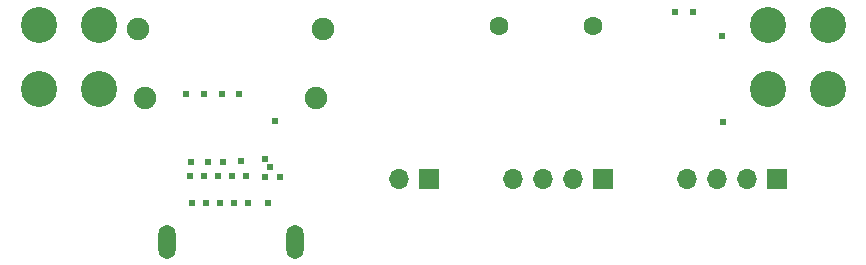
<source format=gbr>
%TF.GenerationSoftware,KiCad,Pcbnew,(6.0.2)*%
%TF.CreationDate,2022-03-04T15:26:31-05:00*%
%TF.ProjectId,Amiga500 Mod PCB Rev A,416d6967-6135-4303-9020-4d6f64205043,rev?*%
%TF.SameCoordinates,Original*%
%TF.FileFunction,Copper,L3,Inr*%
%TF.FilePolarity,Positive*%
%FSLAX46Y46*%
G04 Gerber Fmt 4.6, Leading zero omitted, Abs format (unit mm)*
G04 Created by KiCad (PCBNEW (6.0.2)) date 2022-03-04 15:26:31*
%MOMM*%
%LPD*%
G01*
G04 APERTURE LIST*
%TA.AperFunction,ComponentPad*%
%ADD10C,1.600000*%
%TD*%
%TA.AperFunction,ComponentPad*%
%ADD11C,1.900000*%
%TD*%
%TA.AperFunction,ComponentPad*%
%ADD12C,3.048000*%
%TD*%
%TA.AperFunction,ComponentPad*%
%ADD13R,1.700000X1.700000*%
%TD*%
%TA.AperFunction,ComponentPad*%
%ADD14O,1.700000X1.700000*%
%TD*%
%TA.AperFunction,ComponentPad*%
%ADD15O,1.450000X2.900000*%
%TD*%
%TA.AperFunction,ViaPad*%
%ADD16C,0.609600*%
%TD*%
G04 APERTURE END LIST*
D10*
%TO.N,N/C*%
%TO.C,SW2*%
X106506000Y-59182000D03*
X114506000Y-59182000D03*
%TD*%
D11*
%TO.N,GNDREF*%
%TO.C,J1*%
X76570000Y-65335000D03*
X75970000Y-59435000D03*
X91670000Y-59435000D03*
X91070000Y-65335000D03*
%TD*%
D12*
%TO.N,unconnected-(J7-Pad1)*%
%TO.C,J7*%
X134366000Y-59097700D03*
%TO.N,unconnected-(J7-Pad2)*%
X129286000Y-59097700D03*
%TO.N,unconnected-(J7-Pad3)*%
X129286000Y-64533300D03*
%TO.N,unconnected-(J7-Pad4)*%
X134366000Y-64533300D03*
%TD*%
%TO.N,unconnected-(J6-Pad1)*%
%TO.C,J6*%
X72644000Y-59097700D03*
%TO.N,unconnected-(J6-Pad2)*%
X67564000Y-59097700D03*
%TO.N,unconnected-(J6-Pad3)*%
X67564000Y-64533300D03*
%TO.N,unconnected-(J6-Pad4)*%
X72644000Y-64533300D03*
%TD*%
D13*
%TO.N,Net-(J3-Pad1)*%
%TO.C,J3*%
X100589004Y-72136000D03*
D14*
%TO.N,Net-(J3-Pad2)*%
X98049000Y-72136000D03*
%TD*%
D13*
%TO.N,Net-(J5-Pad1)*%
%TO.C,J5*%
X130038000Y-72136000D03*
D14*
%TO.N,Net-(J5-Pad2)*%
X127498000Y-72136000D03*
%TO.N,Net-(J5-Pad3)*%
X124958000Y-72136000D03*
%TO.N,Net-(J5-Pad4)*%
X122418000Y-72136000D03*
%TD*%
D13*
%TO.N,Net-(J4-Pad1)*%
%TO.C,J4*%
X115306000Y-72136000D03*
D14*
%TO.N,Net-(J4-Pad2)*%
X112766000Y-72136000D03*
%TO.N,Net-(J4-Pad3)*%
X110226000Y-72136000D03*
%TO.N,Net-(J4-Pad4)*%
X107686000Y-72136000D03*
%TD*%
D15*
%TO.N,GNDREF*%
%TO.C,J2*%
X89245000Y-77470000D03*
X78395000Y-77470000D03*
%TD*%
D16*
%TO.N,Net-(J5-Pad4)*%
X125425200Y-60071000D03*
X121412000Y-58039000D03*
X125476000Y-67310000D03*
%TO.N,Net-(J5-Pad1)*%
X122936000Y-58039000D03*
%TO.N,/Plug Detect*%
X87986678Y-71984678D03*
%TO.N,/+5V Power*%
X86944200Y-74218800D03*
%TO.N,/HEAC+*%
X86741000Y-71983600D03*
%TO.N,/SDA*%
X87122000Y-71196200D03*
%TO.N,/SCL*%
X86690200Y-70510400D03*
%TO.N,/CEC*%
X85115400Y-71932800D03*
%TO.N,/CEC Ground*%
X85318600Y-74218800D03*
X87579189Y-67265782D03*
%TO.N,/TMDS Clock-*%
X84709000Y-70688200D03*
%TO.N,/TMDS Clock+*%
X83921600Y-71932800D03*
%TO.N,/TMDS Clock shield*%
X84124800Y-74218800D03*
X84556600Y-64973200D03*
%TO.N,/TMDS Data0-*%
X83134200Y-70713600D03*
%TO.N,/TMDS Data0+*%
X82727800Y-71932800D03*
%TO.N,/TMDS Data0 shield*%
X82931000Y-74218800D03*
X83058000Y-64973200D03*
%TO.N,/TMDS Data1-*%
X81915000Y-70739000D03*
%TO.N,/TMDS Data1+*%
X81534000Y-71932800D03*
%TO.N,/TMDS Data1 shield*%
X81737200Y-74218800D03*
X81559400Y-64947800D03*
%TO.N,/TMDS Data2 shield*%
X80518000Y-74218800D03*
X80060800Y-64947800D03*
%TO.N,/TMDS_Data2+*%
X80340200Y-71932800D03*
%TO.N,/TMDS_Data2-*%
X80441800Y-70713600D03*
%TD*%
M02*

</source>
